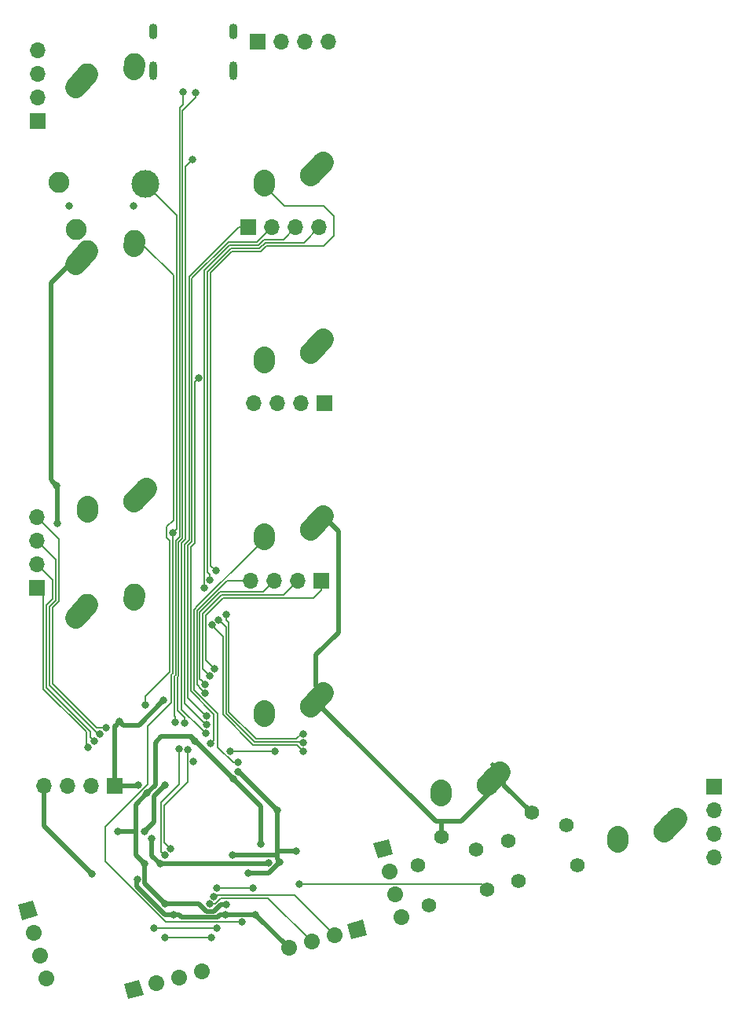
<source format=gbr>
G04 #@! TF.GenerationSoftware,KiCad,Pcbnew,(5.1.4)-1*
G04 #@! TF.CreationDate,2023-05-19T09:14:29-04:00*
G04 #@! TF.ProjectId,ThumbsUp,5468756d-6273-4557-902e-6b696361645f,rev?*
G04 #@! TF.SameCoordinates,Original*
G04 #@! TF.FileFunction,Copper,L1,Top*
G04 #@! TF.FilePolarity,Positive*
%FSLAX46Y46*%
G04 Gerber Fmt 4.6, Leading zero omitted, Abs format (unit mm)*
G04 Created by KiCad (PCBNEW (5.1.4)-1) date 2023-05-19 09:14:29*
%MOMM*%
%LPD*%
G04 APERTURE LIST*
%ADD10C,1.575000*%
%ADD11C,2.250000*%
%ADD12C,2.250000*%
%ADD13O,0.900000X1.700000*%
%ADD14O,0.900000X2.000000*%
%ADD15O,1.700000X1.700000*%
%ADD16R,1.700000X1.700000*%
%ADD17C,1.700000*%
%ADD18C,1.700000*%
%ADD19C,0.100000*%
%ADD20C,0.800000*%
%ADD21C,3.000000*%
%ADD22C,0.500000*%
%ADD23C,0.200000*%
G04 APERTURE END LIST*
D10*
X199027730Y-456555373D03*
X202751651Y-457881047D03*
X203923921Y-462225674D03*
X196476079Y-459574326D03*
X197648349Y-463918953D03*
D11*
X160862026Y-374300000D03*
X160207027Y-375030000D03*
D12*
X159552026Y-375760000D02*
X160862028Y-374300000D01*
D11*
X165902026Y-373220000D03*
X165882026Y-373510000D03*
D12*
X165862026Y-373800000D02*
X165902026Y-373220000D01*
D13*
X176595000Y-369810000D03*
X167955000Y-369810000D03*
D14*
X176595000Y-373980000D03*
X167955000Y-373980000D03*
D10*
X208727730Y-453955373D03*
X212451651Y-455281047D03*
X213623921Y-459625674D03*
X206176079Y-456974326D03*
X207348349Y-461318953D03*
D15*
X186830000Y-370860000D03*
X184290000Y-370860000D03*
X181750000Y-370860000D03*
D16*
X179210000Y-370860000D03*
D11*
X184912025Y-385300000D03*
X185567024Y-384570000D03*
D12*
X186222025Y-383840000D02*
X184912023Y-385300000D01*
D11*
X179872025Y-386380000D03*
X179892025Y-386090000D03*
D12*
X179912025Y-385800000D02*
X179872025Y-386380000D01*
D11*
X223012025Y-455960322D03*
X223667024Y-455230322D03*
D12*
X224322025Y-454500322D02*
X223012023Y-455960322D01*
D11*
X217972025Y-457040322D03*
X217992025Y-456750322D03*
D12*
X218012025Y-456460322D02*
X217972025Y-457040322D01*
D11*
X203962025Y-450960323D03*
X204617024Y-450230323D03*
D12*
X205272025Y-449500323D02*
X203962023Y-450960323D01*
D11*
X198922025Y-452040323D03*
X198942025Y-451750323D03*
D12*
X198962025Y-451460323D02*
X198922025Y-452040323D01*
D11*
X184912025Y-442460322D03*
X185567024Y-441730322D03*
D12*
X186222025Y-441000322D02*
X184912023Y-442460322D01*
D11*
X179872025Y-443540322D03*
X179892025Y-443250322D03*
D12*
X179912025Y-442960322D02*
X179872025Y-443540322D01*
D11*
X184912025Y-423410322D03*
X185567024Y-422680322D03*
D12*
X186222025Y-421950322D02*
X184912023Y-423410322D01*
D11*
X179872025Y-424490322D03*
X179892025Y-424200322D03*
D12*
X179912025Y-423910322D02*
X179872025Y-424490322D01*
D11*
X179892025Y-405150323D03*
D12*
X179912025Y-404860323D02*
X179872025Y-405440323D01*
D11*
X179872025Y-405440323D03*
X185567024Y-403630323D03*
D12*
X186222025Y-402900323D02*
X184912023Y-404360323D01*
D11*
X184912025Y-404360323D03*
X165882026Y-392570322D03*
D12*
X165862026Y-392860322D02*
X165902026Y-392280322D01*
D11*
X165902026Y-392280322D03*
X160207027Y-394090322D03*
D12*
X159552026Y-394820322D02*
X160862028Y-393360322D01*
D11*
X160862026Y-393360322D03*
X160862025Y-431460322D03*
X160207026Y-432190322D03*
D12*
X159552025Y-432920322D02*
X160862027Y-431460322D01*
D11*
X165902025Y-430380322D03*
X165882025Y-430670322D03*
D12*
X165862025Y-430960322D02*
X165902025Y-430380322D01*
D11*
X165862025Y-420410323D03*
X166517024Y-419680323D03*
D12*
X167172025Y-418950323D02*
X165862023Y-420410323D01*
D11*
X160822025Y-421490323D03*
X160842025Y-421200323D03*
D12*
X160862025Y-420910323D02*
X160822025Y-421490323D01*
D17*
X156391130Y-471814978D03*
D18*
X156391130Y-471814978D02*
X156391130Y-471814978D01*
D17*
X155733730Y-469361526D03*
D18*
X155733730Y-469361526D02*
X155733730Y-469361526D01*
D17*
X155076329Y-466908075D03*
D18*
X155076329Y-466908075D02*
X155076329Y-466908075D01*
D17*
X154418929Y-464454623D03*
D19*
G36*
X153817888Y-465495656D02*
G01*
X153377896Y-463853582D01*
X155019970Y-463413590D01*
X155459962Y-465055664D01*
X153817888Y-465495656D01*
X153817888Y-465495656D01*
G37*
D17*
X182551669Y-468482524D03*
D18*
X182551669Y-468482524D02*
X182551669Y-468482524D01*
D17*
X185005121Y-467825124D03*
D18*
X185005121Y-467825124D02*
X185005121Y-467825124D01*
D17*
X187458572Y-467167723D03*
D18*
X187458572Y-467167723D02*
X187458572Y-467167723D01*
D17*
X189912024Y-466510323D03*
D19*
G36*
X188870991Y-465909282D02*
G01*
X190513065Y-465469290D01*
X190953057Y-467111364D01*
X189310983Y-467551356D01*
X188870991Y-465909282D01*
X188870991Y-465909282D01*
G37*
D20*
X165850000Y-388575000D03*
X158850000Y-388575000D03*
D11*
X159650000Y-391100000D03*
D21*
X167050000Y-386175000D03*
D11*
X157750000Y-386050000D03*
D15*
X155458726Y-371760794D03*
X155458726Y-374300794D03*
X155458726Y-376840794D03*
D16*
X155458726Y-379380794D03*
D15*
X185832025Y-390860322D03*
X183292025Y-390860322D03*
X180752025Y-390860322D03*
D16*
X178212025Y-390860322D03*
D15*
X228412025Y-458730322D03*
X228412025Y-456190322D03*
X228412025Y-453650322D03*
D16*
X228412025Y-451110322D03*
D17*
X194698626Y-465168258D03*
D18*
X194698626Y-465168258D02*
X194698626Y-465168258D01*
D17*
X194041226Y-462714806D03*
D18*
X194041226Y-462714806D02*
X194041226Y-462714806D01*
D17*
X193383825Y-460261355D03*
D18*
X193383825Y-460261355D02*
X193383825Y-460261355D01*
D17*
X192726425Y-457807903D03*
D19*
G36*
X192125384Y-458848936D02*
G01*
X191685392Y-457206862D01*
X193327466Y-456766870D01*
X193767458Y-458408944D01*
X192125384Y-458848936D01*
X192125384Y-458848936D01*
G37*
D15*
X178436722Y-428957847D03*
X180976722Y-428957847D03*
X183516722Y-428957847D03*
D16*
X186056722Y-428957847D03*
D17*
X173212025Y-471010322D03*
D18*
X173212025Y-471010322D02*
X173212025Y-471010322D01*
D17*
X170758573Y-471667722D03*
D18*
X170758573Y-471667722D02*
X170758573Y-471667722D01*
D17*
X168305122Y-472325123D03*
D18*
X168305122Y-472325123D02*
X168305122Y-472325123D01*
D17*
X165851670Y-472982523D03*
D19*
G36*
X164810637Y-472381482D02*
G01*
X166452711Y-471941490D01*
X166892703Y-473583564D01*
X165250629Y-474023556D01*
X164810637Y-472381482D01*
X164810637Y-472381482D01*
G37*
D15*
X178739012Y-409842011D03*
X181279012Y-409842011D03*
X183819012Y-409842011D03*
D16*
X186359012Y-409842011D03*
D15*
X155412019Y-422110280D03*
X155412019Y-424650280D03*
X155412019Y-427190280D03*
D16*
X155412019Y-429730280D03*
D15*
X156195921Y-451084972D03*
X158735921Y-451084972D03*
X161275921Y-451084972D03*
D16*
X163815921Y-451084972D03*
D20*
X180411146Y-459317264D03*
X167792990Y-456752990D03*
X168674981Y-459425019D03*
X174047144Y-463784900D03*
X174450000Y-462950000D03*
X171671824Y-447147929D03*
X169800213Y-457838858D03*
X170750000Y-447050000D03*
X169182472Y-458530050D03*
X172525000Y-376350000D03*
X171325000Y-444250000D03*
X170275000Y-444150000D03*
X171125000Y-376325002D03*
X177072383Y-449550800D03*
X166325000Y-450975000D03*
X170150000Y-464900000D03*
X172298824Y-448425000D03*
X157600000Y-422799994D03*
X166223005Y-461126995D03*
X178969145Y-464900000D03*
X164338026Y-444116997D03*
X169200000Y-451000000D03*
X167000000Y-455975990D03*
X183325000Y-458050000D03*
X181283820Y-453678953D03*
X169050000Y-441850000D03*
X161300000Y-460500000D03*
X157524999Y-418674999D03*
X181584199Y-459261643D03*
X175729995Y-464899995D03*
X178225000Y-460450000D03*
X176477000Y-458523000D03*
X177504000Y-465700000D03*
X170043126Y-423774993D03*
X160900000Y-446900000D03*
X169250000Y-467400000D03*
X174200000Y-467400000D03*
X161591611Y-446182728D03*
X162167727Y-445456476D03*
X162829392Y-444807206D03*
X173530377Y-441025984D03*
X173563055Y-440099549D03*
X174020492Y-439172764D03*
X174558538Y-438417875D03*
X167100000Y-442300000D03*
X174100000Y-446500000D03*
X172822990Y-407100000D03*
X177124994Y-448550000D03*
X181041067Y-447294144D03*
X176255856Y-447294144D03*
X167282347Y-451832345D03*
X175805871Y-463818898D03*
X169200000Y-463750000D03*
X179518356Y-457318356D03*
X172443578Y-446206420D03*
X164100000Y-456000004D03*
X176561463Y-450324306D03*
X167000006Y-459450000D03*
X183725000Y-461600000D03*
X173662334Y-444463506D03*
X173672990Y-443536556D03*
X174251142Y-433725012D03*
X184129840Y-447326532D03*
X173420980Y-429750000D03*
X174971795Y-433141909D03*
X184099996Y-446400000D03*
X174047990Y-428827266D03*
X173571828Y-445386090D03*
X172175000Y-383600000D03*
X184100000Y-445472999D03*
X175800000Y-432600000D03*
X174675000Y-427875000D03*
X178725000Y-462075000D03*
X174827000Y-462075000D03*
X168050000Y-466350000D03*
X174829010Y-466350000D03*
D22*
X180303391Y-459425019D02*
X180411146Y-459317264D01*
X168674981Y-459425019D02*
X180303391Y-459425019D01*
X167792990Y-456752990D02*
X167792990Y-458543028D01*
X167792990Y-458543028D02*
X168674981Y-459425019D01*
D23*
X174591369Y-463784900D02*
X174047144Y-463784900D01*
X175224258Y-463152011D02*
X174591369Y-463784900D01*
X180332008Y-463152011D02*
X175224258Y-463152011D01*
X185005121Y-467825124D02*
X180332008Y-463152011D01*
X182722036Y-462825000D02*
X174575000Y-462825000D01*
X182749038Y-462852002D02*
X182722036Y-462825000D01*
X187458572Y-467167723D02*
X183142851Y-462852002D01*
X174575000Y-462825000D02*
X174450000Y-462950000D01*
X183142851Y-462852002D02*
X182749038Y-462852002D01*
X169125000Y-457163645D02*
X169125000Y-453200000D01*
X169800213Y-457838858D02*
X169125000Y-457163645D01*
X171671824Y-450653176D02*
X171671824Y-447147929D01*
X169125000Y-453200000D02*
X171671824Y-450653176D01*
X168782473Y-458130051D02*
X168782473Y-452867527D01*
X170750000Y-450900000D02*
X170750000Y-447050000D01*
X168782473Y-452867527D02*
X170750000Y-450900000D01*
X169182472Y-458530050D02*
X168782473Y-458130051D01*
X171325000Y-443684315D02*
X170556901Y-442916216D01*
X171325000Y-444250000D02*
X171325000Y-443684315D01*
X172525000Y-376915685D02*
X172525000Y-376350000D01*
X171104022Y-378336663D02*
X172525000Y-376915685D01*
X170681033Y-424769115D02*
X171104022Y-424346131D01*
X170681033Y-439206358D02*
X170681033Y-424769115D01*
X170556901Y-439330490D02*
X170681033Y-439206358D01*
X171104022Y-424346131D02*
X171104022Y-378336663D01*
X170556901Y-442916216D02*
X170556901Y-439330490D01*
X170229890Y-439195038D02*
X170354022Y-439070906D01*
X171125000Y-376890687D02*
X171125000Y-376325002D01*
X170354024Y-424633660D02*
X170777011Y-424210678D01*
X170354022Y-424904566D02*
X170354024Y-424633660D01*
X170229890Y-443539205D02*
X170229890Y-439195038D01*
X170275000Y-444150000D02*
X170275000Y-443584315D01*
X171125000Y-377675000D02*
X171125000Y-376890687D01*
X170354022Y-439070906D02*
X170354022Y-424904566D01*
X170275000Y-443584315D02*
X170229890Y-443539205D01*
X170777011Y-424210678D02*
X170777011Y-378022989D01*
X170777011Y-378022989D02*
X171125000Y-377675000D01*
D22*
X160900001Y-460100001D02*
X161300000Y-460500000D01*
X158969064Y-394820322D02*
X156900001Y-396889385D01*
X156900001Y-396889385D02*
X156900001Y-418050001D01*
X166383004Y-444516996D02*
X164738025Y-444516996D01*
X169050000Y-441850000D02*
X166383004Y-444516996D01*
X205732680Y-450960323D02*
X205732680Y-449960978D01*
X164738025Y-444516996D02*
X164338026Y-444116997D01*
X159552026Y-394820322D02*
X158969064Y-394820322D01*
X163815921Y-444639102D02*
X163938027Y-444516996D01*
X156195921Y-451084972D02*
X156195921Y-455395921D01*
X163815921Y-451084972D02*
X163815921Y-444639102D01*
X185960322Y-442460322D02*
X184912025Y-442460322D01*
X157600000Y-418750000D02*
X157600000Y-422234309D01*
X199100000Y-454900000D02*
X198400000Y-454900000D01*
X163938027Y-444516996D02*
X164338026Y-444116997D01*
X199027730Y-454972270D02*
X199027730Y-456555373D01*
X205272025Y-450727975D02*
X201100000Y-454900000D01*
X201100000Y-454900000D02*
X199100000Y-454900000D01*
X156900001Y-418050001D02*
X157125000Y-418275000D01*
X157600000Y-422234309D02*
X157600000Y-422799994D01*
X205732680Y-449960978D02*
X205272025Y-449500323D01*
X156195921Y-455395921D02*
X160900001Y-460100001D01*
X205272025Y-449500323D02*
X205272025Y-450727975D01*
X157125000Y-418275000D02*
X157524999Y-418674999D01*
X199100000Y-454900000D02*
X199027730Y-454972270D01*
X198400000Y-454900000D02*
X185960322Y-442460322D01*
X208727730Y-453955373D02*
X205732680Y-450960323D01*
X204500000Y-448728298D02*
X205272025Y-449500323D01*
X186222025Y-441000322D02*
X186621703Y-441400000D01*
X185500000Y-440278297D02*
X185500000Y-436900000D01*
X186222025Y-441000322D02*
X185500000Y-440278297D01*
X185500000Y-436900000D02*
X187900000Y-434500000D01*
X187900000Y-434500000D02*
X187900000Y-423628297D01*
X187900000Y-423628297D02*
X186222025Y-421950322D01*
X181283820Y-453678953D02*
X181283820Y-458961264D01*
X178969145Y-464900000D02*
X182551669Y-468482524D01*
X168059348Y-454916642D02*
X168059348Y-452140652D01*
X167000000Y-455975990D02*
X168059348Y-454916642D01*
X176479000Y-458525000D02*
X176477000Y-458523000D01*
X171004597Y-465188912D02*
X174875393Y-465188912D01*
X166215028Y-451084972D02*
X166325000Y-450975000D01*
X170715685Y-464900000D02*
X171004597Y-465188912D01*
X166200000Y-461899962D02*
X166200000Y-461150000D01*
X181200000Y-458525000D02*
X176479000Y-458525000D01*
X170150000Y-464900000D02*
X169200038Y-464900000D01*
X178225000Y-460450000D02*
X180395842Y-460450000D01*
X160125000Y-433493297D02*
X159552025Y-432920322D01*
X175164310Y-464899995D02*
X175729995Y-464899995D01*
X180395842Y-460450000D02*
X181584199Y-459261643D01*
X181283820Y-458961264D02*
X181584199Y-459261643D01*
X174875393Y-465188912D02*
X175164310Y-464899995D01*
X170150000Y-464900000D02*
X170715685Y-464900000D01*
X166200000Y-461150000D02*
X166223005Y-461126995D01*
X160150000Y-376357974D02*
X159552026Y-375760000D01*
X159552025Y-432920322D02*
X159320024Y-432688321D01*
X167172025Y-418950323D02*
X166550000Y-418328298D01*
X168059348Y-452140652D02*
X169200000Y-451000000D01*
X181283820Y-458441180D02*
X181200000Y-458525000D01*
X181283820Y-458166180D02*
X181283820Y-458441180D01*
X181283820Y-453678953D02*
X177155667Y-449550800D01*
X177155667Y-449550800D02*
X177072383Y-449550800D01*
X169200038Y-464900000D02*
X166200000Y-461899962D01*
X163815921Y-451084972D02*
X166215028Y-451084972D01*
X181417640Y-458050000D02*
X183325000Y-458050000D01*
X181283820Y-457916180D02*
X181417640Y-458050000D01*
X175730000Y-464900000D02*
X175729995Y-464899995D01*
X178969145Y-464900000D02*
X175730000Y-464900000D01*
D23*
X162775000Y-459149556D02*
X162775000Y-455452964D01*
X170027011Y-438935454D02*
X170027011Y-423747989D01*
X167322990Y-450904974D02*
X167322990Y-444627010D01*
X169902879Y-439059586D02*
X170027011Y-438935454D01*
X170450000Y-389575000D02*
X167050000Y-386175000D01*
X176350000Y-465700000D02*
X177504000Y-465700000D01*
X162775000Y-455452964D02*
X167322990Y-450904974D01*
X167322990Y-444627010D02*
X169902879Y-442047121D01*
X176400000Y-465650000D02*
X176350000Y-465700000D01*
X169902879Y-442047121D02*
X169902879Y-439059586D01*
X169325444Y-465700000D02*
X162775000Y-459149556D01*
X170027011Y-423747989D02*
X170050000Y-423725000D01*
X170050000Y-423725000D02*
X170450000Y-423325000D01*
X170450000Y-423325000D02*
X170450000Y-389575000D01*
X170050000Y-423768119D02*
X170043126Y-423774993D01*
X170050000Y-423725000D02*
X170050000Y-423768119D01*
X177504000Y-465700000D02*
X169325444Y-465700000D01*
X156100000Y-440600000D02*
X160700000Y-445200000D01*
X156100000Y-430418261D02*
X156100000Y-440600000D01*
X174200000Y-467400000D02*
X169250000Y-467400000D01*
X155412019Y-429730280D02*
X156100000Y-430418261D01*
X160700000Y-445200000D02*
X160700000Y-446700000D01*
X160700000Y-446700000D02*
X160900000Y-446900000D01*
X156427011Y-431572989D02*
X156427011Y-440464549D01*
X157100000Y-428878261D02*
X157100000Y-430900000D01*
X157100000Y-430900000D02*
X156427011Y-431572989D01*
X156427011Y-440464549D02*
X161191612Y-445229150D01*
X155412019Y-427190280D02*
X157100000Y-428878261D01*
X161191612Y-445229150D02*
X161191612Y-445782729D01*
X161191612Y-445782729D02*
X161591611Y-446182728D01*
X157427010Y-426665271D02*
X157427010Y-431035453D01*
X156754022Y-440216485D02*
X161994013Y-445456476D01*
X157427010Y-431035453D02*
X156754022Y-431708438D01*
X161994013Y-445456476D02*
X162167727Y-445456476D01*
X155412019Y-424650280D02*
X157427010Y-426665271D01*
X156754022Y-431708438D02*
X156754022Y-440216485D01*
X157754021Y-431170905D02*
X157081033Y-431843890D01*
X157081033Y-431843890D02*
X157081033Y-440081033D01*
X157081033Y-440081033D02*
X161807206Y-444807206D01*
X157754021Y-424452282D02*
X157754021Y-431170905D01*
X155412019Y-422110280D02*
X157754021Y-424452282D01*
X161807206Y-444807206D02*
X162829392Y-444807206D01*
X175879764Y-428957847D02*
X172643099Y-432194512D01*
X178436722Y-428957847D02*
X175879764Y-428957847D01*
X172643099Y-432194512D02*
X172643099Y-440138706D01*
X173130378Y-440625985D02*
X173530377Y-441025984D01*
X172643099Y-440138706D02*
X173130378Y-440625985D01*
X180976722Y-428957847D02*
X179763591Y-430170978D01*
X179763591Y-430170978D02*
X175129096Y-430170978D01*
X172970110Y-432329964D02*
X172970110Y-439506604D01*
X173163056Y-439699550D02*
X173563055Y-440099549D01*
X175129096Y-430170978D02*
X172970110Y-432329964D01*
X172970110Y-439506604D02*
X173163056Y-439699550D01*
X183516722Y-428957847D02*
X181976580Y-430497989D01*
X173620493Y-438772765D02*
X174020492Y-439172764D01*
X173297121Y-438449393D02*
X173620493Y-438772765D01*
X181976580Y-430497989D02*
X175339548Y-430497989D01*
X173297121Y-432540416D02*
X173297121Y-438449393D01*
X175339548Y-430497989D02*
X173297121Y-432540416D01*
X185239569Y-430825000D02*
X175475000Y-430825000D01*
X175475000Y-430825000D02*
X173624132Y-432675868D01*
X173624132Y-432675868D02*
X173624132Y-437483469D01*
X174158539Y-438017876D02*
X174558538Y-438417875D01*
X186056722Y-430007847D02*
X185239569Y-430825000D01*
X186056722Y-428957847D02*
X186056722Y-430007847D01*
X173624132Y-437483469D02*
X174158539Y-438017876D01*
X169400000Y-423100000D02*
X169400000Y-424300000D01*
X170100000Y-422400000D02*
X169400000Y-423100000D01*
X169700000Y-438800002D02*
X167100000Y-441400002D01*
X166960322Y-392860322D02*
X170100000Y-396000000D01*
X169700000Y-424600000D02*
X169700000Y-438800002D01*
X167100000Y-441734315D02*
X167100000Y-442300000D01*
X167100000Y-441400002D02*
X167100000Y-441734315D01*
X170100000Y-396000000D02*
X170100000Y-422400000D01*
X169400000Y-424300000D02*
X169700000Y-424600000D01*
X165862026Y-392860322D02*
X166960322Y-392860322D01*
X171989077Y-440834806D02*
X174499999Y-443345728D01*
X174499999Y-443345728D02*
X174499999Y-446100001D01*
X172843968Y-407100000D02*
X172452011Y-407491957D01*
X172452011Y-407491957D02*
X172452011Y-424847989D01*
X172452011Y-424847989D02*
X171989077Y-425310923D01*
X174499999Y-446100001D02*
X174100000Y-446500000D01*
X171989077Y-425310923D02*
X171989077Y-440834806D01*
X178747026Y-425615321D02*
X179872025Y-424490322D01*
X174900000Y-443283266D02*
X172316088Y-440699354D01*
X176559309Y-448550000D02*
X174900000Y-446890691D01*
X172779022Y-431583325D02*
X178747026Y-425615321D01*
X177124994Y-448550000D02*
X176559309Y-448550000D01*
X172316088Y-432059060D02*
X172779022Y-431596126D01*
X172316088Y-440699354D02*
X172316088Y-432059060D01*
X172779022Y-431596126D02*
X172779022Y-431583325D01*
X174900000Y-446890691D02*
X174900000Y-443283266D01*
X176255856Y-447294144D02*
X181041067Y-447294144D01*
X179872025Y-443677975D02*
X179872025Y-443540322D01*
D22*
X172043579Y-445756421D02*
X172043579Y-445806421D01*
X179518356Y-457318356D02*
X179518356Y-453281199D01*
X172075000Y-445725000D02*
X172075000Y-445837843D01*
X172862282Y-463750000D02*
X173674183Y-464561901D01*
X166075000Y-453039692D02*
X167282347Y-451832345D01*
X166074996Y-456000004D02*
X164100000Y-456000004D01*
X175240186Y-463818898D02*
X175805871Y-463818898D01*
X166075000Y-458524994D02*
X166075000Y-453039692D01*
X167000006Y-459450000D02*
X166075000Y-458524994D01*
X172043579Y-445806421D02*
X172443578Y-446206420D01*
X174497183Y-464561901D02*
X175240186Y-463818898D01*
X173674183Y-464561901D02*
X174497183Y-464561901D01*
X172075000Y-445725000D02*
X172043579Y-445756421D01*
X172075000Y-445725000D02*
X168824980Y-445725000D01*
X179518356Y-453281199D02*
X176561463Y-450324306D01*
X172075000Y-445837843D02*
X176561463Y-450324306D01*
X168824980Y-445725000D02*
X168174999Y-446374981D01*
X168174999Y-446374981D02*
X168174999Y-450939693D01*
X168174999Y-450939693D02*
X167282347Y-451832345D01*
X166075000Y-456000000D02*
X166074996Y-456000004D01*
X169200000Y-463750000D02*
X172862282Y-463750000D01*
X167000006Y-461550006D02*
X167000006Y-459450000D01*
X169200000Y-463750000D02*
X167000006Y-461550006D01*
D23*
X203298247Y-461600000D02*
X203923921Y-462225674D01*
X183725000Y-461600000D02*
X203298247Y-461600000D01*
X171335055Y-425040019D02*
X171335055Y-442136227D01*
X171797989Y-424577088D02*
X171335055Y-425040019D01*
X171797989Y-396224358D02*
X171797989Y-424577088D01*
X171335055Y-442136227D02*
X173262335Y-444063507D01*
X177162025Y-390860322D02*
X171797989Y-396224358D01*
X173262335Y-444063507D02*
X173662334Y-444463506D01*
X178212025Y-390860322D02*
X177162025Y-390860322D01*
X176025000Y-392487611D02*
X172125000Y-396387611D01*
X172125000Y-424712538D02*
X171662066Y-425175471D01*
X171662066Y-441525632D02*
X173272991Y-443136557D01*
X172125000Y-396387611D02*
X172125000Y-424712538D01*
X180752025Y-390860322D02*
X179124736Y-392487611D01*
X171662066Y-425175471D02*
X171662066Y-441525632D01*
X179124736Y-392487611D02*
X176025000Y-392487611D01*
X173272991Y-443136557D02*
X173672990Y-443536556D01*
X176160452Y-392814622D02*
X173450000Y-395525074D01*
X181952349Y-392199998D02*
X179875076Y-392199998D01*
X179875076Y-392199998D02*
X179260452Y-392814622D01*
X175445978Y-434919848D02*
X174651141Y-434125011D01*
X179260452Y-392814622D02*
X176160452Y-392814622D01*
X173450000Y-428517843D02*
X173420980Y-428546863D01*
X183292025Y-390860322D02*
X181952349Y-392199998D01*
X173420980Y-428546863D02*
X173420980Y-429750000D01*
X173450000Y-395525074D02*
X173450000Y-428517843D01*
X175445978Y-443370904D02*
X175445978Y-434919848D01*
X178729096Y-446654022D02*
X175445978Y-443370904D01*
X174651141Y-434125011D02*
X174251142Y-433725012D01*
X183457330Y-446654022D02*
X178729096Y-446654022D01*
X184129840Y-447326532D02*
X183457330Y-446654022D01*
X176295904Y-393141633D02*
X173797989Y-395639548D01*
X173797989Y-395639548D02*
X173797989Y-428011580D01*
X180010528Y-392527009D02*
X179395904Y-393141633D01*
X184165338Y-392527009D02*
X180010528Y-392527009D01*
X175371794Y-433541908D02*
X174971795Y-433141909D01*
X175772989Y-443235452D02*
X175772989Y-433943103D01*
X179395904Y-393141633D02*
X176295904Y-393141633D01*
X173797989Y-428011580D02*
X174047990Y-428261581D01*
X184099996Y-446400000D02*
X184027007Y-446327011D01*
X178864548Y-446327011D02*
X175772989Y-443235452D01*
X184027007Y-446327011D02*
X178864548Y-446327011D01*
X175772989Y-433943103D02*
X175371794Y-433541908D01*
X174047990Y-428261581D02*
X174047990Y-428827266D01*
X185832025Y-390860322D02*
X184165338Y-392527009D01*
X171431033Y-384343967D02*
X171431033Y-424481582D01*
X173171829Y-444986091D02*
X173571828Y-445386090D01*
X172175000Y-383600000D02*
X171431033Y-384343967D01*
X171008044Y-424904567D02*
X171008044Y-442822306D01*
X171431033Y-424481582D02*
X171008044Y-424904567D01*
X171008044Y-442822306D02*
X173171829Y-444986091D01*
X179000000Y-446000000D02*
X183386500Y-446000000D01*
X176431356Y-393468644D02*
X179531356Y-393468644D01*
X176100000Y-443100000D02*
X179000000Y-446000000D01*
X176100000Y-433465685D02*
X176100000Y-443100000D01*
X175800000Y-432600000D02*
X175800000Y-433165685D01*
X175800000Y-433165685D02*
X176100000Y-433465685D01*
X183913501Y-445472999D02*
X184100000Y-445472999D01*
X186345980Y-392854020D02*
X187400000Y-391800000D01*
X174827000Y-462075000D02*
X178725000Y-462075000D01*
X174125000Y-427325000D02*
X174125000Y-395775000D01*
X174675000Y-427875000D02*
X174125000Y-427325000D01*
X186350000Y-388600000D02*
X182092025Y-388600000D01*
X179531356Y-393468644D02*
X180145980Y-392854020D01*
X187400000Y-391800000D02*
X187400000Y-389650000D01*
X174125000Y-395775000D02*
X176431356Y-393468644D01*
X180145980Y-392854020D02*
X186345980Y-392854020D01*
X182092025Y-388600000D02*
X179872025Y-386380000D01*
X183386500Y-446000000D02*
X183913501Y-445472999D01*
X187400000Y-389650000D02*
X186350000Y-388600000D01*
X168050000Y-466350000D02*
X174829010Y-466350000D01*
M02*

</source>
